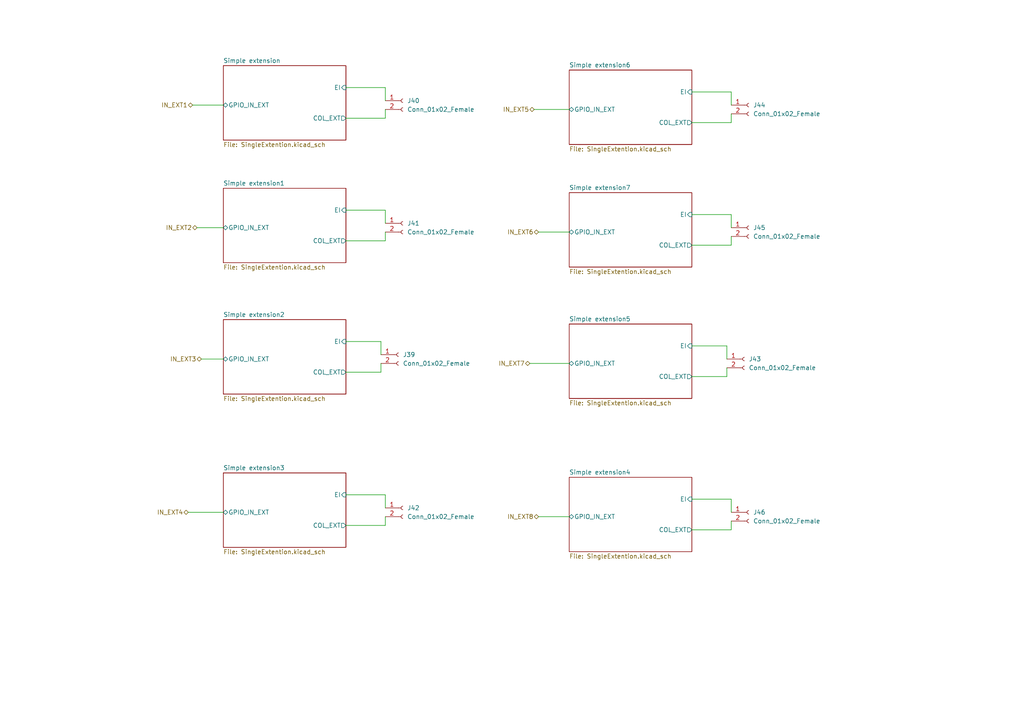
<source format=kicad_sch>
(kicad_sch (version 20211123) (generator eeschema)
  (paper "A4")
  (lib_symbols
    (symbol "Connector:Conn_01x02_Female" (pin_names (offset 1.016) hide)
      (property "Reference" "J" (at 0 2.54 0))
      (property "Value" "Conn_01x02_Female" (at 0 -5.08 0))
      (symbol "Conn_01x02_Female_1_1"
        (arc (start 0 -2.032) (mid -0.508 -2.54) (end 0 -3.048) (stroke (width 0.1524)))
        (polyline (pts (xy -1.27 -2.54) (xy -0.508 -2.54)) (stroke (width 0.1524)))
        (polyline (pts (xy -1.27 0) (xy -0.508 0)) (stroke (width 0.1524)))
        (arc (start 0 0.508) (mid -0.508 0) (end 0 -0.508) (stroke (width 0.1524)))
        (pin passive line (at -5.08 0 0) (length 3.81) (name "Pin_1") (number "1"))
        (pin passive line (at -5.08 -2.54 0) (length 3.81) (name "Pin_2") (number "2"))
      )
    )
  )
  (wire (pts (xy 212.09 68.58) (xy 212.09 71.12)))
  (wire (pts (xy 58.42 104.14) (xy 64.77 104.14)))
  (wire (pts (xy 212.09 33.02) (xy 212.09 35.56)))
  (wire (pts (xy 55.88 30.48) (xy 64.77 30.48)))
  (wire (pts (xy 212.09 144.78) (xy 200.66 144.78)))
  (wire (pts (xy 54.61 148.59) (xy 64.77 148.59)))
  (wire (pts (xy 111.76 31.75) (xy 111.76 34.29)))
  (wire (pts (xy 212.09 144.78) (xy 212.09 148.59)))
  (wire (pts (xy 110.49 99.06) (xy 100.33 99.06)))
  (wire (pts (xy 111.76 152.4) (xy 100.33 152.4)))
  (wire (pts (xy 111.76 69.85) (xy 100.33 69.85)))
  (wire (pts (xy 212.09 71.12) (xy 200.66 71.12)))
  (wire (pts (xy 111.76 143.51) (xy 100.33 143.51)))
  (wire (pts (xy 156.21 149.86) (xy 165.1 149.86)))
  (wire (pts (xy 210.82 106.68) (xy 210.82 109.22)))
  (wire (pts (xy 111.76 60.96) (xy 100.33 60.96)))
  (wire (pts (xy 153.67 105.41) (xy 165.1 105.41)))
  (wire (pts (xy 210.82 100.33) (xy 200.66 100.33)))
  (wire (pts (xy 111.76 34.29) (xy 100.33 34.29)))
  (wire (pts (xy 111.76 143.51) (xy 111.76 147.32)))
  (wire (pts (xy 154.94 31.75) (xy 165.1 31.75)))
  (wire (pts (xy 210.82 109.22) (xy 200.66 109.22)))
  (wire (pts (xy 212.09 26.67) (xy 200.66 26.67)))
  (wire (pts (xy 210.82 100.33) (xy 210.82 104.14)))
  (wire (pts (xy 111.76 25.4) (xy 111.76 29.21)))
  (wire (pts (xy 212.09 62.23) (xy 212.09 66.04)))
  (wire (pts (xy 111.76 67.31) (xy 111.76 69.85)))
  (wire (pts (xy 57.15 66.04) (xy 64.77 66.04)))
  (wire (pts (xy 212.09 151.13) (xy 212.09 153.67)))
  (wire (pts (xy 156.21 67.31) (xy 165.1 67.31)))
  (wire (pts (xy 110.49 107.95) (xy 100.33 107.95)))
  (wire (pts (xy 111.76 25.4) (xy 100.33 25.4)))
  (wire (pts (xy 111.76 149.86) (xy 111.76 152.4)))
  (wire (pts (xy 110.49 105.41) (xy 110.49 107.95)))
  (wire (pts (xy 212.09 153.67) (xy 200.66 153.67)))
  (wire (pts (xy 212.09 26.67) (xy 212.09 30.48)))
  (wire (pts (xy 111.76 60.96) (xy 111.76 64.77)))
  (wire (pts (xy 110.49 99.06) (xy 110.49 102.87)))
  (wire (pts (xy 212.09 35.56) (xy 200.66 35.56)))
  (wire (pts (xy 212.09 62.23) (xy 200.66 62.23)))
  (hierarchical_label "IN_EXT7" (shape bidirectional) (at 153.67 105.41 180))
  (hierarchical_label "IN_EXT3" (shape bidirectional) (at 58.42 104.14 180))
  (hierarchical_label "IN_EXT6" (shape bidirectional) (at 156.21 67.31 180))
  (hierarchical_label "IN_EXT4" (shape bidirectional) (at 54.61 148.59 180))
  (hierarchical_label "IN_EXT8" (shape bidirectional) (at 156.21 149.86 180))
  (hierarchical_label "IN_EXT1" (shape bidirectional) (at 55.88 30.48 180))
  (hierarchical_label "IN_EXT2" (shape bidirectional) (at 57.15 66.04 180))
  (hierarchical_label "IN_EXT5" (shape bidirectional) (at 154.94 31.75 180))
  (symbol (lib_id "Connector:Conn_01x02_Female") (at 116.84 147.32 0) (unit 1)
    (property "Reference" "J42" (at 118.11 147.3199 0) (effects (justify left)))
    (property "Value" "Conn_01x02_Female" (at 118.11 149.8599 0) (effects (justify left)))
    (property "Footprint" "connectors:conn-2pts-P5mm" (effects hide))
  )
  (symbol (lib_id "Connector:Conn_01x02_Female") (at 115.57 102.87 0) (unit 1)
    (property "Reference" "J39" (at 116.84 102.8699 0) (effects (justify left)))
    (property "Value" "Conn_01x02_Female" (at 116.84 105.4099 0) (effects (justify left)))
    (property "Footprint" "connectors:conn-2pts-P5mm" (effects hide))
  )
  (symbol (lib_id "Connector:Conn_01x02_Female") (at 116.84 29.21 0) (unit 1)
    (property "Reference" "J40" (at 118.11 29.2099 0) (effects (justify left)))
    (property "Value" "Conn_01x02_Female" (at 118.11 31.7499 0) (effects (justify left)))
    (property "Footprint" "connectors:conn-2pts-P5mm" (effects hide))
  )
  (symbol (lib_id "Connector:Conn_01x02_Female") (at 217.17 30.48 0) (unit 1)
    (property "Reference" "J44" (at 218.44 30.4799 0) (effects (justify left)))
    (property "Value" "Conn_01x02_Female" (at 218.44 33.0199 0) (effects (justify left)))
    (property "Footprint" "connectors:conn-2pts-P5mm" (effects hide))
  )
  (symbol (lib_id "Connector:Conn_01x02_Female") (at 116.84 64.77 0) (unit 1)
    (property "Reference" "J41" (at 118.11 64.7699 0) (effects (justify left)))
    (property "Value" "Conn_01x02_Female" (at 118.11 67.3099 0) (effects (justify left)))
    (property "Footprint" "connectors:conn-2pts-P5mm" (effects hide))
  )
  (symbol (lib_id "Connector:Conn_01x02_Female") (at 215.9 104.14 0) (unit 1)
    (property "Reference" "J43" (at 217.17 104.1399 0) (effects (justify left)))
    (property "Value" "Conn_01x02_Female" (at 217.17 106.6799 0) (effects (justify left)))
    (property "Footprint" "connectors:conn-2pts-P5mm" (effects hide))
  )
  (symbol (lib_id "Connector:Conn_01x02_Female") (at 217.17 148.59 0) (unit 1)
    (property "Reference" "J46" (at 218.44 148.5899 0) (effects (justify left)))
    (property "Value" "Conn_01x02_Female" (at 218.44 151.1299 0) (effects (justify left)))
    (property "Footprint" "connectors:conn-2pts-P5mm" (effects hide))
  )
  (symbol (lib_id "Connector:Conn_01x02_Female") (at 217.17 66.04 0) (unit 1)
    (property "Reference" "J45" (at 218.44 66.0399 0) (effects (justify left)))
    (property "Value" "Conn_01x02_Female" (at 218.44 68.5799 0) (effects (justify left)))
    (property "Footprint" "connectors:conn-2pts-P5mm" (effects hide))
  )
  (sheet (at 64.77 54.61) (size 35.56 21.59) (stroke (width 0.1524))
    (property "Sheet name" "Simple extension1" (at 64.77 53.8984 0) (effects (justify left bottom)))
    (property "Sheet file" "SingleExtention.kicad_sch" (at 64.77 76.7846 0) (effects (justify left top)))
    (pin "COL_EXT" output (at 100.33 69.85 0))
    (pin "EI" input (at 100.33 60.96 0))
    (pin "GPIO_IN_EXT" bidirectional (at 64.77 66.04 180))
  )
  (sheet (at 165.1 93.98) (size 35.56 21.59) (stroke (width 0.1524))
    (property "Sheet name" "Simple extension5" (at 165.1 93.2684 0) (effects (justify left bottom)))
    (property "Sheet file" "SingleExtention.kicad_sch" (at 165.1 116.1546 0) (effects (justify left top)))
    (pin "COL_EXT" output (at 200.66 109.22 0))
    (pin "EI" input (at 200.66 100.33 0))
    (pin "GPIO_IN_EXT" bidirectional (at 165.1 105.41 180))
  )
  (sheet (at 64.77 19.05) (size 35.56 21.59) (stroke (width 0.1524))
    (property "Sheet name" "Simple extension" (at 64.77 18.3384 0) (effects (justify left bottom)))
    (property "Sheet file" "SingleExtention.kicad_sch" (at 64.77 41.2246 0) (effects (justify left top)))
    (pin "COL_EXT" output (at 100.33 34.29 0))
    (pin "EI" input (at 100.33 25.4 0))
    (pin "GPIO_IN_EXT" bidirectional (at 64.77 30.48 180))
  )
  (sheet (at 165.1 20.32) (size 35.56 21.59) (stroke (width 0.1524))
    (property "Sheet name" "Simple extension6" (at 165.1 19.6084 0) (effects (justify left bottom)))
    (property "Sheet file" "SingleExtention.kicad_sch" (at 165.1 42.4946 0) (effects (justify left top)))
    (pin "COL_EXT" output (at 200.66 35.56 0))
    (pin "EI" input (at 200.66 26.67 0))
    (pin "GPIO_IN_EXT" bidirectional (at 165.1 31.75 180))
  )
  (sheet (at 64.77 92.71) (size 35.56 21.59) (stroke (width 0.1524))
    (property "Sheet name" "Simple extension2" (at 64.77 91.9984 0) (effects (justify left bottom)))
    (property "Sheet file" "SingleExtention.kicad_sch" (at 64.77 114.8846 0) (effects (justify left top)))
    (pin "COL_EXT" output (at 100.33 107.95 0))
    (pin "EI" input (at 100.33 99.06 0))
    (pin "GPIO_IN_EXT" bidirectional (at 64.77 104.14 180))
  )
  (sheet (at 165.1 55.88) (size 35.56 21.59) (stroke (width 0.1524))
    (property "Sheet name" "Simple extension7" (at 165.1 55.1684 0) (effects (justify left bottom)))
    (property "Sheet file" "SingleExtention.kicad_sch" (at 165.1 78.0546 0) (effects (justify left top)))
    (pin "COL_EXT" output (at 200.66 71.12 0))
    (pin "EI" input (at 200.66 62.23 0))
    (pin "GPIO_IN_EXT" bidirectional (at 165.1 67.31 180))
  )
  (sheet (at 165.1 138.43) (size 35.56 21.59) (stroke (width 0.1524))
    (property "Sheet name" "Simple extension4" (at 165.1 137.7184 0) (effects (justify left bottom)))
    (property "Sheet file" "SingleExtention.kicad_sch" (at 165.1 160.6046 0) (effects (justify left top)))
    (pin "COL_EXT" output (at 200.66 153.67 0))
    (pin "EI" input (at 200.66 144.78 0))
    (pin "GPIO_IN_EXT" bidirectional (at 165.1 149.86 180))
  )
  (sheet (at 64.77 137.16) (size 35.56 21.59) (stroke (width 0.1524))
    (property "Sheet name" "Simple extension3" (at 64.77 136.4484 0) (effects (justify left bottom)))
    (property "Sheet file" "SingleExtention.kicad_sch" (at 64.77 159.3346 0) (effects (justify left top)))
    (pin "COL_EXT" output (at 100.33 152.4 0))
    (pin "EI" input (at 100.33 143.51 0))
    (pin "GPIO_IN_EXT" bidirectional (at 64.77 148.59 180))
  )
)
</source>
